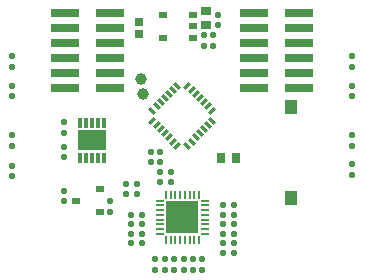
<source format=gtp>
G04*
G04 #@! TF.GenerationSoftware,Altium Limited,Altium Designer,20.0.9 (164)*
G04*
G04 Layer_Color=8421504*
%FSLAX25Y25*%
%MOIN*%
G70*
G01*
G75*
%ADD14R,0.09449X0.02992*%
%ADD15R,0.02500X0.02500*%
%ADD16R,0.03937X0.04921*%
G04:AMPARAMS|DCode=17|XSize=20.47mil|YSize=22.05mil|CornerRadius=5.12mil|HoleSize=0mil|Usage=FLASHONLY|Rotation=0.000|XOffset=0mil|YOffset=0mil|HoleType=Round|Shape=RoundedRectangle|*
%AMROUNDEDRECTD17*
21,1,0.02047,0.01181,0,0,0.0*
21,1,0.01024,0.02205,0,0,0.0*
1,1,0.01024,0.00512,-0.00591*
1,1,0.01024,-0.00512,-0.00591*
1,1,0.01024,-0.00512,0.00591*
1,1,0.01024,0.00512,0.00591*
%
%ADD17ROUNDEDRECTD17*%
%ADD18C,0.03937*%
G04:AMPARAMS|DCode=19|XSize=20.47mil|YSize=22.05mil|CornerRadius=5.12mil|HoleSize=0mil|Usage=FLASHONLY|Rotation=90.000|XOffset=0mil|YOffset=0mil|HoleType=Round|Shape=RoundedRectangle|*
%AMROUNDEDRECTD19*
21,1,0.02047,0.01181,0,0,90.0*
21,1,0.01024,0.02205,0,0,90.0*
1,1,0.01024,0.00591,0.00512*
1,1,0.01024,0.00591,-0.00512*
1,1,0.01024,-0.00591,-0.00512*
1,1,0.01024,-0.00591,0.00512*
%
%ADD19ROUNDEDRECTD19*%
%ADD20R,0.03543X0.02835*%
%ADD21R,0.03150X0.02165*%
G04:AMPARAMS|DCode=22|XSize=23.62mil|YSize=11.81mil|CornerRadius=0mil|HoleSize=0mil|Usage=FLASHONLY|Rotation=135.000|XOffset=0mil|YOffset=0mil|HoleType=Round|Shape=Rectangle|*
%AMROTATEDRECTD22*
4,1,4,0.01253,-0.00418,0.00418,-0.01253,-0.01253,0.00418,-0.00418,0.01253,0.01253,-0.00418,0.0*
%
%ADD22ROTATEDRECTD22*%

G04:AMPARAMS|DCode=23|XSize=23.62mil|YSize=11.81mil|CornerRadius=0mil|HoleSize=0mil|Usage=FLASHONLY|Rotation=45.000|XOffset=0mil|YOffset=0mil|HoleType=Round|Shape=Rectangle|*
%AMROTATEDRECTD23*
4,1,4,-0.00418,-0.01253,-0.01253,-0.00418,0.00418,0.01253,0.01253,0.00418,-0.00418,-0.01253,0.0*
%
%ADD23ROTATEDRECTD23*%

%ADD24R,0.09449X0.06693*%
%ADD25R,0.01181X0.03347*%
%ADD26R,0.11024X0.11024*%
%ADD27R,0.02520X0.00866*%
%ADD28R,0.00866X0.02520*%
%ADD29R,0.02835X0.03543*%
%ADD30R,0.02756X0.02165*%
D14*
X-24020Y9386D02*
D03*
X-39020D02*
D03*
X-24020Y14386D02*
D03*
X-39020D02*
D03*
X-24020Y19386D02*
D03*
X-39020D02*
D03*
X-24020Y24386D02*
D03*
X-39020D02*
D03*
X-24020Y29386D02*
D03*
X-39020D02*
D03*
X-24020Y34386D02*
D03*
X-39020D02*
D03*
X38980Y9386D02*
D03*
X23980D02*
D03*
X38980Y14386D02*
D03*
X23980D02*
D03*
X38980Y19386D02*
D03*
X23980D02*
D03*
X38980Y24386D02*
D03*
X23980D02*
D03*
X38980Y29386D02*
D03*
X23980D02*
D03*
X38980Y34386D02*
D03*
X23980D02*
D03*
D15*
X-14567Y27134D02*
D03*
Y31134D02*
D03*
D16*
X36220Y3051D02*
D03*
X36220Y-27461D02*
D03*
D17*
X17087Y-42520D02*
D03*
X13622D02*
D03*
X17087Y-39370D02*
D03*
X13622D02*
D03*
X17087Y-45669D02*
D03*
X13622D02*
D03*
X17087Y-36220D02*
D03*
X13622D02*
D03*
X17087Y-33071D02*
D03*
X13622D02*
D03*
X17087Y-29921D02*
D03*
X13622D02*
D03*
X-18661Y-25984D02*
D03*
X-15197D02*
D03*
X-18661Y-22835D02*
D03*
X-15197D02*
D03*
X-13622Y-33071D02*
D03*
X-17087D02*
D03*
X-13622Y-42520D02*
D03*
X-17087D02*
D03*
X-13622Y-39370D02*
D03*
X-17087D02*
D03*
X-13622Y-36220D02*
D03*
X-17087D02*
D03*
D18*
X-12992Y7087D02*
D03*
X-13780Y12205D02*
D03*
D19*
X-39370Y-2205D02*
D03*
Y-5669D02*
D03*
Y-13937D02*
D03*
Y-10472D02*
D03*
X10340Y23321D02*
D03*
Y26785D02*
D03*
X7191Y23321D02*
D03*
Y26785D02*
D03*
X11915Y33636D02*
D03*
Y30171D02*
D03*
X-10630Y-12047D02*
D03*
Y-15512D02*
D03*
X-7480D02*
D03*
Y-12047D02*
D03*
X-3937Y-22205D02*
D03*
Y-18740D02*
D03*
X-7480Y-22205D02*
D03*
Y-18740D02*
D03*
X6693Y-47874D02*
D03*
Y-51339D02*
D03*
X3543Y-47874D02*
D03*
Y-51339D02*
D03*
X394Y-47874D02*
D03*
Y-51339D02*
D03*
X-2756Y-47874D02*
D03*
Y-51339D02*
D03*
X-5906Y-47874D02*
D03*
Y-51339D02*
D03*
X-9055Y-47874D02*
D03*
Y-51339D02*
D03*
X-24016Y-32047D02*
D03*
Y-28583D02*
D03*
X56693Y-16220D02*
D03*
Y-19685D02*
D03*
Y-6535D02*
D03*
Y-10000D02*
D03*
Y6535D02*
D03*
Y10000D02*
D03*
Y16378D02*
D03*
Y19842D02*
D03*
X-39370Y-25039D02*
D03*
Y-28504D02*
D03*
X-56693Y16378D02*
D03*
Y19842D02*
D03*
Y6535D02*
D03*
Y10000D02*
D03*
Y-6535D02*
D03*
Y-10000D02*
D03*
Y-16772D02*
D03*
Y-20236D02*
D03*
D20*
X7978Y34896D02*
D03*
X7978Y30171D02*
D03*
D21*
X3431Y26037D02*
D03*
X3431Y29778D02*
D03*
X3431Y33518D02*
D03*
X-6412Y26037D02*
D03*
X-6412Y33518D02*
D03*
D22*
X-10022Y1670D02*
D03*
X-8630Y3062D02*
D03*
X-7238Y4454D02*
D03*
X-5846Y5846D02*
D03*
X-4454Y7238D02*
D03*
X-3062Y8630D02*
D03*
X-1670Y10022D02*
D03*
X10022Y-1670D02*
D03*
X8630Y-3062D02*
D03*
X7238Y-4454D02*
D03*
X5846Y-5846D02*
D03*
X4454Y-7238D02*
D03*
X3062Y-8630D02*
D03*
X1670Y-10022D02*
D03*
D23*
Y10022D02*
D03*
X3062Y8630D02*
D03*
X4454Y7238D02*
D03*
X5846Y5846D02*
D03*
X7238Y4454D02*
D03*
X8630Y3062D02*
D03*
X10022Y1670D02*
D03*
X-1670Y-10022D02*
D03*
X-3062Y-8630D02*
D03*
X-4454Y-7238D02*
D03*
X-5846Y-5846D02*
D03*
X-7238Y-4454D02*
D03*
X-8630Y-3062D02*
D03*
X-10022Y-1670D02*
D03*
D24*
X-30118Y-8268D02*
D03*
D25*
X-34055Y-2559D02*
D03*
X-32087D02*
D03*
X-30118D02*
D03*
X-28150D02*
D03*
X-26181D02*
D03*
Y-13976D02*
D03*
X-28150D02*
D03*
X-30118D02*
D03*
X-32087D02*
D03*
X-34055D02*
D03*
D26*
X0Y-33858D02*
D03*
D27*
X-7579Y-39370D02*
D03*
Y-37795D02*
D03*
Y-36220D02*
D03*
Y-34646D02*
D03*
Y-33071D02*
D03*
Y-31496D02*
D03*
Y-29921D02*
D03*
Y-28346D02*
D03*
X7579D02*
D03*
Y-29921D02*
D03*
Y-31496D02*
D03*
Y-33071D02*
D03*
Y-34646D02*
D03*
Y-36220D02*
D03*
Y-37795D02*
D03*
Y-39370D02*
D03*
D28*
X-5512Y-26280D02*
D03*
X-3937D02*
D03*
X-2362D02*
D03*
X-787D02*
D03*
X787D02*
D03*
X2362D02*
D03*
X3937D02*
D03*
X5512D02*
D03*
Y-41437D02*
D03*
X3937D02*
D03*
X2362D02*
D03*
X787D02*
D03*
X-787D02*
D03*
X-2362D02*
D03*
X-3937D02*
D03*
X-5512D02*
D03*
D29*
X17717Y-14173D02*
D03*
X12992Y-14173D02*
D03*
D30*
X-35630Y-28346D02*
D03*
X-27362Y-24606D02*
D03*
Y-32087D02*
D03*
M02*

</source>
